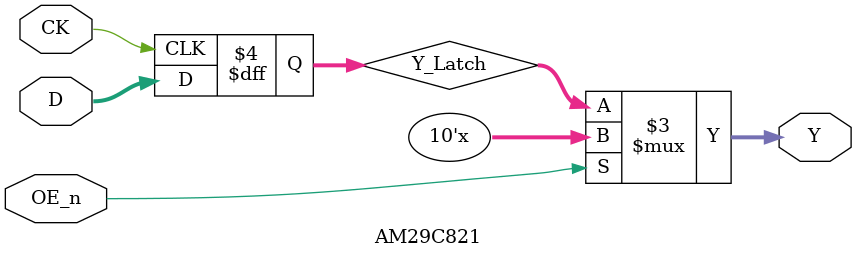
<source format=v>



module AM29C821 (
    input wire [9:0] D,   // 10 Bit Data inputs
    input wire CK,        // Clock input (Latching on rising edge of CK)
    input wire OE_n,      // Output Enable (active low)
    output wire [9:0] Y   // Outputs
);

    reg [9:0] Y_Latch;  // Internal latch

   
    // Latch operation on rising edge of CK
    always @(posedge CK) begin
        Y_Latch <= D;  // Latch data on rising edge of CK
    end

    // Output control
    // When OC_n is low (active), outputs reflect the latched data
    // When OC_n is high, outputs are in high-impedance state
    assign Y = (OE_n == 1'b0) ? Y_Latch : 10'bz;

endmodule

</source>
